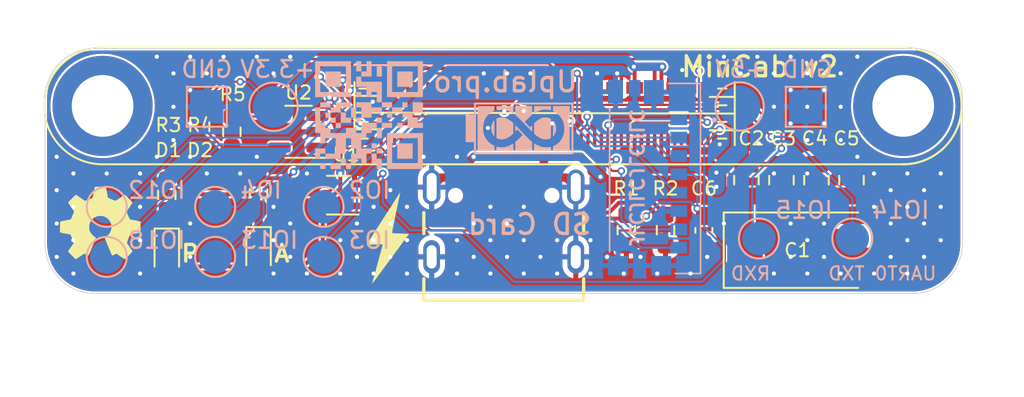
<source format=kicad_pcb>
(kicad_pcb (version 20211014) (generator pcbnew)
  (layers (0 "F.Cu" signal) (31 "B.Cu" signal) (34 "B.Paste" user) (35 "F.Paste" user) (36 "B.SilkS" user "B.Silkscreen") (37 "F.SilkS" user "F.Silkscreen") (38 "B.Mask" user) (39 "F.Mask" user) (44 "Edge.Cuts" user))
  (net 0 "")
  (net 13 "Net-(R3-Pad2)")
  (net 14 "Net-(Module1-Pad21)")
  (net 15 "Net-(J1-PadB5)")
  (net 16 "Net-(J1-PadA5)")
  (net 17 "Net-(D2-Pad1)")
  (net 18 "Net-(R3-Pad1)")
  (net 19 "GND")
  (net 20 "/SD_PWR")
  (net 21 "/nPWR_LED")
  (net 34 "/SD_PWR_ON")
  (net 35 "/SD_DAT3")
  (net 36 "/SD_DAT2")
  (net 37 "/SD_DAT1")
  (net 38 "/SD_DAT0")
  (net 39 "/SD_CMD")
  (net 40 "/SD_CLK")
  (net 52 "/GPIO4")
  (net 53 "/GPIO3")
  (net 62 "/GPIO2")
  (net 64 "/GPIO18")
  (net 67 "/GPIO15")
  (net 68 "/GPIO14")
  (net 69 "/GPIO13")
  (net 70 "/GPIO12")
  (net 72 "Net-(Module1-Pad88)")
  (net 80 "/+5v")
  (net 81 "/+3.3v")
  (footprint "Capacitor_SMD:C_0805_2012Metric" (layer "F.Cu") (at 159.35 87.4 90)
    (fp_text reference "C2")
    (fp_text value "10u")
  )
  (footprint "Capacitor_SMD:C_0805_2012Metric" (layer "F.Cu") (at 161.45 87.4 90)
    (fp_text reference "C3")
    (fp_text value "10u")
  )
  (footprint "LOGO" (layer "F.Cu") (at 137.8 90.8)
    (fp_text reference "G***" hide)
    (fp_text value "LOGO" hide)
  )
  (footprint "Package_TO_SOT_SMD:SOT-23-5" (layer "F.Cu") (at 132.5 84.5 180)
    (fp_text reference "U2")
    (fp_text value "RT9742GGJ5")
  )
  (footprint "CM4IO:Raspberry-Pi-4-Compute-Module-big-holes" (layer "F.Cu") (at 168.75 82.95 90)
    (fp_text reference "Module1" hide)
    (fp_text value "ComputeModule4" hide)
  )
  (footprint "Resistor_SMD:R_0603_1608Metric_Pad0.98x0.95mm_HandSolder" (layer "F.Cu") (at 154.5 90.4 -90)
    (fp_text reference "R2")
    (fp_text value "5.1k")
  )
  (footprint "Resistor_SMD:R_0603_1608Metric_Pad0.98x0.95mm_HandSolder" (layer "F.Cu") (at 128.5 84.5 90)
    (fp_text reference "R5")
    (fp_text value "12K 1%")
  )
  (footprint "Resistor_SMD:R_0603_1608Metric_Pad0.98x0.95mm_HandSolder" (layer "F.Cu") (at 124.6 88.2875 90)
    (fp_text reference "R3")
    (fp_text value "1k")
  )
  (footprint "Package_TO_SOT_SMD:SOT-353_SC-70-5" (layer "F.Cu") (at 134.9 88.3 180)
    (fp_text reference "U1")
    (fp_text value "74LVC1G07SE-7")
  )
  (footprint "Resistor_SMD:R_0603_1608Metric_Pad0.98x0.95mm_HandSolder" (layer "F.Cu") (at 130.1 88.2 90)
    (fp_text reference "R4")
    (fp_text value "1k")
  )
  (footprint "LED_SMD:LED_0603_1608Metric" (layer "F.Cu") (at 124.6 91.7875 -90)
    (fp_text reference "D1")
    (fp_text value "LED Blue")
  )
  (footprint "Capacitor_SMD:C_0805_2012Metric" (layer "F.Cu") (at 165.65 87.4 90)
    (fp_text reference "C5")
    (fp_text value "10u")
  )
  (footprint "Capacitor_SMD:C_0805_2012Metric" (layer "F.Cu") (at 163.55 87.4 90)
    (fp_text reference "C4")
    (fp_text value "10u")
  )
  (footprint "LOGO" (layer "F.Cu") (at 120.6 90)
    (fp_text reference "G***" hide)
    (fp_text value "LOGO" hide)
  )
  (footprint "Resistor_SMD:R_0603_1608Metric_Pad0.98x0.95mm_HandSolder" (layer "F.Cu") (at 152.15 90.4 90)
    (fp_text reference "R1")
    (fp_text value "5.1k")
  )
  (footprint "USB4105-GF-A:GCT_USB4105-GF-A" (layer "F.Cu") (at 144.8 92)
    (fp_text reference "J1" hide)
    (fp_text value "USB4105-GF-A")
  )
  (footprint "Capacitor_SMD:C_0603_1608Metric_Pad1.08x0.95mm_HandSolder" (layer "F.Cu") (at 156.8 90.4125 -90)
    (fp_text reference "C6")
    (fp_text value "10u")
  )
  (footprint "Capacitor_Tantalum_SMD:CP_EIA-7343-31_Kemet-D" (layer "F.Cu") (at 162.4 91.6)
    (fp_text reference "C1")
    (fp_text value "100uF" hide)
  )
  (footprint "LED_SMD:LED_0603_1608Metric" (layer "F.Cu") (at 130.1 91.7 -90)
    (fp_text reference "D2")
    (fp_text value "LED White")
  )
  (footprint "TestPoint:TestPoint_Pad_2.0x2.0mm" (layer "B.Cu") (at 127 83 180)
    (fp_text reference "GND1" hide)
    (fp_text value "TestPoint" hide)
  )
  (footprint "TestPoint:TestPoint_Pad_D2.0mm" (layer "B.Cu") (at 134 92 180)
    (fp_text reference "IO4" hide)
    (fp_text value "TestPoint" hide)
  )
  (footprint "TestPoint:TestPoint_Pad_D2.0mm" (layer "B.Cu") (at 134 89 180)
    (fp_text reference "IO1" hide)
    (fp_text value "TestPoint" hide)
  )
  (footprint "TestPoint:TestPoint_Pad_D2.0mm" (layer "B.Cu") (at 121 89 180)
    (fp_text reference "IO2" hide)
    (fp_text value "TestPoint" hide)
  )
  (footprint "TestPoint:TestPoint_Pad_D2.0mm" (layer "B.Cu") (at 165.7 90.9 180)
    (fp_text reference "IO5" hide)
    (fp_text value "TestPoint" hide)
  )
  (footprint "TestPoint:TestPoint_Pad_D2.5mm" (layer "B.Cu") (at 131 83 180)
    (fp_text reference "+3.3V1" hide)
    (fp_text value "TestPoint" hide)
  )
  (footprint "TestPoint:TestPoint_Pad_D2.0mm" (layer "B.Cu") (at 127.5 92 180)
    (fp_text reference "IO3" hide)
    (fp_text value "TestPoint" hide)
  )
  (footprint "SamacSys_Parts:475710001" (layer "B.Cu") (at 153.85 87.3 90)
    (fp_text reference "J2" hide)
    (fp_text value "47571-0001" hide)
  )
  (footprint "TestPoint:TestPoint_Pad_2.0x2.0mm" (layer "B.Cu") (at 162.91 83 180)
    (fp_text reference "GND2" hide)
    (fp_text value "TestPoint" hide)
  )
  (footprint "TestPoint:TestPoint_Pad_D2.0mm" (layer "B.Cu") (at 160.1 90.9 180)
    (fp_text reference "IO7" hide)
    (fp_text value "TestPoint" hide)
  )
  (footprint "LOGO" (layer "B.Cu") (at 136.75 83.5 180)
    (fp_text reference "G***" hide)
    (fp_text value "LOGO" hide)
  )
  (footprint "TestPoint:TestPoint_Pad_D2.0mm" (layer "B.Cu") (at 121 92 180)
    (fp_text reference "IO8" hide)
    (fp_text value "TestPoint" hide)
  )
  (footprint "TestPoint:TestPoint_Pad_D2.5mm" (layer "B.Cu") (at 158.94 82.98 180)
    (fp_text reference "+5V1" hide)
    (fp_text value "TestPoint" hide)
  )
  (footprint "TestPoint:TestPoint_Pad_D2.0mm" (layer "B.Cu") (at 127.5 89 180)
    (fp_text reference "IO6" hide)
    (fp_text value "TestPoint" hide)
  )
  (footprint "LOGO" (layer "B.Cu") (at 145.752778 85.25 180)
    (fp_text reference "G***" hide)
    (fp_text value "LOGO" hide)
  )
  (gr_arc (start 120.3 94.2) (mid 118.17868 93.32132) (end 117.3 91.2) (layer "Edge.Cuts") (width 0.05))
  (gr_line (start 172.3 82.5) (end 172.3 91.2) (layer "Edge.Cuts") (width 0.05))
  (gr_line (start 169.3 94.2) (end 120.3 94.2) (layer "Edge.Cuts") (width 0.05))
  (gr_arc (start 169.3 79.5) (mid 171.42132 80.37868) (end 172.3 82.5) (layer "Edge.Cuts") (width 0.05))
  (gr_arc (start 172.3 91.2) (mid 171.42132 93.32132) (end 169.3 94.2) (layer "Edge.Cuts") (width 0.05))
  (gr_line (start 120.3 79.5) (end 169.3 79.5) (layer "Edge.Cuts") (width 0.05))
  (gr_arc (start 117.3 82.5) (mid 118.17868 80.37868) (end 120.3 79.5) (layer "Edge.Cuts") (width 0.05))
  (gr_line (start 117.3 82.5) (end 117.3 91.2) (layer "Edge.Cuts") (width 0.05))
  (gr_text "Uplab.pro" (at 144.9 81.5) (layer "B.SilkS") (effects (font (size 1.2 1.2) (thickness 0.2)) (justify mirror)))
  (gr_text "IO3" (at 136.75 91) (layer "B.SilkS") (effects (font (size 1 1)) (justify mirror)))
  (gr_text "GND" (at 163 80.75) (layer "B.SilkS") (effects (font (size 1 1)) (justify mirror)))
  (gr_text "RXD" (at 159.6 93) (layer "B.SilkS") (effects (font (size 0.8 0.8) (thickness 0.12)) (justify mirror)))
  (gr_text "IO13" (at 130.75 91) (layer "B.SilkS") (effects (font (size 1 1)) (justify mirror)))
  (gr_text "IO14" (at 168.6 89.2) (layer "B.SilkS") (effects (font (size 1 1)) (justify mirror)))
  (gr_text "+5V" (at 159 80.75) (layer "B.SilkS") (effects (font (size 1 1)) (justify mirror)))
  (gr_text "JLCJLCJLCJLC" (at 152.75 87.25 -90) (layer "B.SilkS") (effects (font (size 0.8 0.8) (thickness 0.16)) (justify mirror)))
  (gr_text "UART0 TXD" (at 167.5 93) (layer "B.SilkS") (effects (font (size 0.8 0.8) (thickness 0.12)) (justify mirror)))
  (gr_text "SD Card" (at 146.35 90.05) (layer "B.SilkS") (effects (font (size 1.2 1.2) (thickness 0.2)) (justify mirror)))
  (gr_text "+3.3V" (at 131.25 80.75) (layer "B.SilkS") (effects (font (size 1 1)) (justify mirror)))
  (gr_text "GND" (at 127 80.75) (layer "B.SilkS") (effects (font (size 1 1)) (justify mirror)))
  (gr_text "IO12" (at 124 88) (layer "B.SilkS") (effects (font (size 1 1)) (justify mirror)))
  (gr_text "IO18" (at 124 91) (layer "B.SilkS") (effects (font (size 1 1)) (justify mirror)))
  (gr_text "IO4" (at 130.25 88) (layer "B.SilkS") (effects (font (size 1 1)) (justify mirror)))
  (gr_text "IO2" (at 136.75 88) (layer "B.SilkS") (effects (font (size 1 1)) (justify mirror)))
  (gr_text "IO15" (at 162.8 89.2) (layer "B.SilkS") (effects (font (size 1 1)) (justify mirror)))
  (gr_text "A" (at 131.5 91.8) (layer "F.SilkS") (effects (font (size 1 1) (thickness 0.2))))
  (gr_text "MinCab v2" (at 160.15 80.6) (layer "F.SilkS") (effects (font (size 1.2 1.2) (thickness 0.2))))
  (gr_text "P" (at 126 91.8) (layer "F.SilkS") (effects (font (size 1 1) (thickness 0.2))))
  (segment (start 124.6 87.375) (end 125.475 88.25) (width 0.23) (layer "F.Cu") (net 13))
  (segment (start 133.35 88.25) (end 133.95 87.65) (width 0.23) (layer "F.Cu") (net 13))
  (segment (start 125.475 88.25) (end 133.35 88.25) (width 0.23) (layer "F.Cu") (net 13))
  (segment (start 141.45 84.3) (end 141.45 84.95) (width 0.23) (layer "F.Cu") (net 14))
  (segment (start 141.15 84) (end 141.45 84.3) (width 0.23) (layer "F.Cu") (net 14))
  (segment (start 130.1 87.2875) (end 131.8125 87.2875) (width 0.23) (layer "F.Cu") (net 14))
  (segment (start 131.8125 87.2875) (end 132.2 86.9) (width 0.23) (layer "F.Cu") (net 14))
  (segment (start 136.2 84) (end 141.15 84) (width 0.23) (layer "F.Cu") (net 14))
  (via (at 132.2 86.9) (size 0.45) (drill 0.25) (layers "F.Cu" "B.Cu") (net 14))
  (via (at 136.2 84) (size 0.45) (drill 0.25) (layers "F.Cu" "B.Cu") (net 14))
  (segment (start 136.2 84) (end 135.1 84) (width 0.23) (layer "B.Cu") (net 14))
  (segment (start 135.1 84) (end 132.2 86.9) (width 0.23) (layer "B.Cu") (net 14))
  (segment (start 153.76798 88.75548) (end 154.5 89.4875) (width 0.23) (layer "F.Cu") (net 15))
  (segment (start 147.54048 89.34048) (end 151.12126 89.34048) (width 0.23) (layer "F.Cu") (net 15))
  (segment (start 146.55 87.245) (end 146.55 88.35) (width 0.23) (layer "F.Cu") (net 15))
  (segment (start 151.12126 89.34048) (end 151.70626 88.75548) (width 0.23) (layer "F.Cu") (net 15))
  (segment (start 146.55 88.35) (end 147.54048 89.34048) (width 0.23) (layer "F.Cu") (net 15))
  (segment (start 151.70626 88.75548) (end 153.76798 88.75548) (width 0.23) (layer "F.Cu") (net 15))
  (segment (start 144.55 88.35) (end 145.9 89.7) (width 0.23) (layer "F.Cu") (net 16))
  (segment (start 143.55 87.959022) (end 143.940978 88.35) (width 0.23) (layer "F.Cu") (net 16))
  (segment (start 145.9 89.7) (end 151.9375 89.7) (width 0.23) (layer "F.Cu") (net 16))
  (segment (start 151.9375 89.7) (end 152.15 89.4875) (width 0.23) (layer "F.Cu") (net 16))
  (segment (start 143.940978 88.35) (end 144.55 88.35) (width 0.23) (layer "F.Cu") (net 16))
  (segment (start 143.55 87.245) (end 143.55 87.959022) (width 0.23) (layer "F.Cu") (net 16))
  (segment (start 130.1 90.9125) (end 130.1 89.1125) (width 0.5) (layer "F.Cu") (net 17))
  (segment (start 124.6 91) (end 124.6 89.2) (width 0.5) (layer "F.Cu") (net 18))
  (segment (start 148.9 85.5) (end 147.960978 85.5) (width 0.13) (layer "F.Cu") (net 19))
  (segment (start 149.05 85.35) (end 148.9 85.5) (width 0.13) (layer "F.Cu") (net 19))
  (segment (start 145.50102 84.2) (end 144.25 84.2) (width 0.13) (layer "F.Cu") (net 19))
  (segment (start 145.85 84.95) (end 145.85 84.54898) (width 0.13) (layer "F.Cu") (net 19))
  (segment (start 144.25 84.2) (end 143.92 84.2) (width 0.13) (layer "F.Cu") (net 19))
  (segment (start 148.545 87.245) (end 149.12 87.82) (width 0.5) (layer "F.Cu") (net 19))
  (segment (start 148 87.245) (end 148.545 87.245) (width 0.5) (layer "F.Cu") (net 19))
  (segment (start 143.92 84.2) (end 143.85 84.27) (width 0.13) (layer "F.Cu") (net 19))
  (segment (start 141.6 87.245) (end 141.055 87.245) (width 0.5) (layer "F.Cu") (net 19))
  (segment (start 141.055 87.245) (end 140.48 87.82) (width 0.5) (layer "F.Cu") (net 19))
  (segment (start 147.85 85.389022) (end 147.85 84.95) (width 0.13) (layer "F.Cu") (net 19))
  (segment (start 147.960978 85.5) (end 147.85 85.389022) (width 0.13) (layer "F.Cu") (net 19))
  (segment (start 145.85 84.54898) (end 145.50102 84.2) (width 0.13) (layer "F.Cu") (net 19))
  (segment (start 143.85 84.54898) (end 143.85 84.95) (width 0.13) (layer "F.Cu") (net 19))
  (segment (start 149.05 84.95) (end 149.05 85.35) (width 0.13) (layer "F.Cu") (net 19))
  (segment (start 144.25 84.2) (end 144.19898 84.2) (width 0.13) (layer "F.Cu") (net 19))
  (segment (start 144.19898 84.2) (end 143.85 84.54898) (width 0.13) (layer "F.Cu") (net 19))
  (via (at 119 89) (size 0.45) (drill 0.25) (layers "F.Cu" "B.Cu") (net 19))
  (via (at 126 92) (size 0.45) (drill 0.25) (layers "F.Cu" "B.Cu") (net 19))
  (via (at 166 80) (size 0.45) (drill 0.25) (layers "F.Cu" "B.Cu") (net 19))
  (via (at 160 80) (size 0.45) (drill 0.25) (layers "F.Cu" "B.Cu") (net 19))
  (via (at 154 93) (size 0.45) (drill 0.25) (layers "F.Cu" "B.Cu") (net 19))
  (via (at 136 92) (size 0.45) (drill 0.25) (layers "F.Cu" "B.Cu") (net 19))
  (via (at 118 88) (size 0.45) (drill 0.25) (layers "F.Cu" "B.Cu") (net 19))
  (via (at 139 91) (size 0.45) (drill 0.25) (layers "F.Cu" "B.Cu") (net 19))
  (via (at 163 87) (size 0.45) (drill 0.25) (layers "F.Cu" "B.Cu") (net 19))
  (via (at 140 86) (size 0.45) (drill 0.25) (layers "F.Cu" "B.Cu") (net 19))
  (via (at 137 91) (size 0.45) (drill 0.25) (layers "F.Cu" "B.Cu") (net 19))
  (via (at 144 89) (size 0.45) (drill 0.25) (layers "F.Cu" "B.Cu") (net 19))
  (via (at 171 91) (size 0.45) (drill 0.25) (layers "F.Cu" "B.Cu") (net 19))
  (via (at 163 91) (size 0.45) (drill 0.25) (layers "F.Cu" "B.Cu") (net 19))
  (via (at 126 82) (size 0.45) (drill 0.25) (layers "F.Cu" "B.Cu") (net 19))
  (via (at 137 89) (size 0.45) (drill 0.25) (layers "F.Cu" "B.Cu") (net 19))
  (via (at 138 88) (size 0.45) (drill 0.25) (layers "F.Cu" "B.Cu") (net 19))
  (via (at 164 84) (size 0.45) (drill 0.25) (layers "F.Cu" "B.Cu") (net 19))
  (via (at 171 89) (size 0.45) (drill 0.25) (layers "F.Cu" "B.Cu") (net 19))
  (via (at 143 92) (size 0.45) (drill 0.25) (layers "F.Cu" "B.Cu") (net 19))
  (via (at 131 93) (size 0.45) (drill 0.25) (layers "F.Cu" "B.Cu") (net 19))
  (via (at 162 80) (size 0.45) (drill 0.25) (layers "F.Cu" "B.Cu") (net 19))
  (via (at 151.6 81) (size 0.45) (drill 0.25) (layers "F.Cu" "B.Cu") (net 19))
  (via (at 165 85) (size 0.45) (drill 0.25) (layers "F.Cu" "B.Cu") (net 19))
  (via (at 150 91) (size 0.45) (drill 0.25) (layers "F.Cu" "B.Cu") (net 19))
  (via (at 163 83) (size 0.45) (drill 0.25) (layers "F.Cu" "B.Cu") (net 19))
  (via (at 168 88) (size 0.45) (drill 0.25) (layers "F.Cu" "B.Cu") (net 19))
  (via (at 142 86) (size 0.45) (drill 0.25) (layers "F.Cu" "B.Cu") (net 19))
  (via (at 125 85) (size 0.45) (drill 0.25) (layers "F.Cu" "B.Cu") (net 19))
  (via (at 168 90) (size 0.45) (drill 0.25) (layers "F.Cu" "B.Cu") (net 19))
  (via (at 155.5 80.8) (size 0.45) (drill 0.25) (layers "F.Cu" "B.Cu") (net 19))
  (via (at 153 92) (size 0.45) (drill 0.25) (layers "F.Cu" "B.Cu") (net 19))
  (via (at 157 92) (size 0.45) (drill 0.25) (layers "F.Cu" "B.Cu") (net 19))
  (via (at 125 81) (size 0.45) (drill 0.25) (layers "F.Cu" "B.Cu") (net 19))
  (via (at 145 81) (size 0.45) (drill 0.25) (layers "F.Cu" "B.Cu") (net 19))
  (via (at 164 90) (size 0.45) (drill 0.25) (layers "F.Cu" "B.Cu") (net 19))
  (via (at 169 87) (size 0.45) (drill 0.25) (layers "F.Cu" "B.Cu") (net 19))
  (via (at 167 93) (size 0.45) (drill 0.25) (layers "F.Cu" "B.Cu") (net 19))
  (via (at 163 85) (size 0.45) (drill 0.25) (layers "F.Cu" "B.Cu") (net 19))
  (via (at 126 86) (size 0.45) (drill 0.25) (layers "F.Cu" "B.Cu") (net 19))
  (via (at 169 89) (size 0.45) (drill 0.25) (layers "F.Cu" "B.Cu") (net 19))
  (via (at 165 93) (size 0.45) (drill 0.25) (layers "F.Cu" "B.Cu") (net 19))
  (via (at 131 91) (size 0.45) (drill 0.25) (layers "F.Cu" "B.Cu") (net 19))
  (via (at 162 84) (size 0.45) (drill 0.25) (layers "F.Cu" "B.Cu") (net 19))
  (via (at 165 81) (size 0.45) (drill 0.25) (layers "F.Cu" "B.Cu") (net 19))
  (via (at 170 88) (size 0.45) (drill 0.25) (layers "F.Cu" "B.Cu") (net 19))
  (via (at 162 92) (size 0.45) (drill 0.25) (layers "F.Cu" "B.Cu") (net 19))
  (via (at 157.75 85.25) (size 0.45) (drill 0.25) (layers "F.Cu" "B.Cu") (net 19))
  (via (at 138 90) (size 0.45) (drill 0.25) (layers "F.Cu" "B.Cu") (net 19))
  (via (at 132 90) (size 0.45) (drill 0.25) (layers "F.Cu" "B.Cu") (net 19))
  (via (at 130 80) (size 0.45) (drill 0.25) (layers "F.Cu" "B.Cu") (net 19))
  (via (at 132 80) (size 0.45) (drill 0.25) (layers "F.Cu" "B.Cu") (net 19))
  (via (at 162 90) (size 0.45) (drill 0.25) (layers "F.Cu" "B.Cu") (net 19))
  (via (at 147.7 84) (size 0.45) (drill 0.25) (layers "F.Cu" "B.Cu") (net 19))
  (via (at 118 86) (size 0.45) (drill 0.25) (layers "F.Cu" "B.Cu") (net 19))
  (via (at 146 93) (size 0.45) (drill 0.25) (layers "F.Cu" "B.Cu") (net 19))
  (via (at 127 87) (size 0.45) (drill 0.25) (layers "F.Cu" "B.Cu") (net 19))
  (via (at 119 91) (size 0.45) (drill 0.25) (layers "F.Cu" "B.Cu") (net 19))
  (via (at 136.95 82.7) (size 0.45) (drill 0.25) (layers "F.Cu" "B.Cu") (net 19))
  (via (at 158 80) (size 0.45) (drill 0.25) (layers "F.Cu" "B.Cu") (net 19))
  (via (at 150 93) (size 0.45) (drill 0.25) (layers "F.Cu" "B.Cu") (net 19))
  (via (at 146.4 81) (size 0.45) (drill 0.25) (layers "F.Cu" "B.Cu") (net 19))
  (via (at 167 89) (size 0.45) (drill 0.25) (layers "F.Cu" "B.Cu") (net 19))
  (via (at 159 81) (size 0.45) (drill 0.25) (layers "F.Cu" "B.Cu") (net 19))
  (via (at 147 92) (size 0.45) (drill 0.25) (layers "F.Cu" "B.Cu") (net 19))
  (via (at 126 84) (size 0.45) (drill 0.25) (layers "F.Cu" "B.Cu") (net 19))
  (via (at 123 87) (size 0.45) (drill 0.25) (layers "F.Cu" "B.Cu") (net 19))
  (via (at 170 90) (size 0.45) (drill 0.25) (layers "F.Cu" "B.Cu") (net 19))
  (via (at 169 93) (size 0.45) (drill 0.25) (layers "F.Cu" "B.Cu") (net 19))
  (via (at 161 87) (size 0.45) (drill 0.25) (layers "F.Cu" "B.Cu") (net 19))
  (via (at 171 87) (size 0.45) (drill 0.25) (layers "F.Cu" "B.Cu") (net 19))
  (via (at 133 87) (size 0.45) (drill 0.25) (layers "F.Cu" "B.Cu") (net 19))
  (via (at 143.85 84.27) (size 0.45) (drill 0.25) (layers "F.Cu" "B.Cu") (net 19))
  (via (at 143.6 81) (size 0.45) (drill 0.25) (layers "F.Cu" "B.Cu") (net 19))
  (via (at 130 86) (size 0.45) (drill 0.25) (layers "F.Cu" "B.Cu") (net 19))
  (via (at 132 92) (size 0.45) (drill 0.25) (layers "F.Cu" "B.Cu") (net 19))
  (via (at 131 81) (size 0.45) (drill 0.25) (layers "F.Cu" "B.Cu") (net 19))
  (via (at 126 80) (size 0.45) (drill 0.25) (layers "F.Cu" "B.Cu") (net 19))
  (via (at 161 83) (size 0.45) (drill 0.25) (layers "F.Cu" "B.Cu") (net 19))
  (via (at 148 91) (size 0.45) (drill 0.25) (layers "F.Cu" "B.Cu") (net 19))
  (via (at 126 90) (size 0.45) (drill 0.25) (layers "F.Cu" "B.Cu") (net 19))
  (via (at 163 93) (size 0.45) (drill 0.25) (layers "F.Cu" "B.Cu") (net 19))
  (via (at 129 87) (size 0.45) (drill 0.25) (layers "F.Cu" "B.Cu") (net 19))
  (via (at 145 90) (size 0.45) (drill 0.25) (layers "F.Cu" "B.Cu") (net 19))
  (via (at 145 92) (size 0.45) (drill 0.25) (layers "F.Cu" "B.Cu") (net 19))
  (via (at 124 80) (size 0.45) (drill 0.25) (layers "F.Cu" "B.Cu") (net 19))
  (via (at 121 87) (size 0.45) (drill 0.25) (layers "F.Cu" "B.Cu") (net 19))
  (via (at 131 89) (size 0.45) (drill 0.25) (layers "F.Cu" "B.Cu") (net 19))
  (via (at 144 91) (size 0.45) (drill 0.25) (layers "F.Cu" "B.Cu") (net 19))
  (via (at 124 86) (size 0.45) (drill 0.25) (layers "F.Cu" "B.Cu") (net 19))
  (via (at 152 93) (size 0.45) (drill 0.25) (layers "F.Cu" "B.Cu") (net 19))
  (via (at 133 93) (size 0.45) (drill 0.25) (layers "F.Cu" "B.Cu") (net 19))
  (via (at 135 93) (size 0.45) (drill 0.25) (layers "F.Cu" "B.Cu") (net 19))
  (via (at 144 93) (size 0.45) (drill 0.25) (layers "F.Cu" "B.Cu") (net 19))
  (via (at 158 90) (size 0.45) (drill 0.25) (layers "F.Cu" "B.Cu") (net 19))
  (via (at 128 80) (size 0.45) (drill 0.25) (layers "F.Cu" "B.Cu") (net 19))
  (via (at 139 89) (size 0.45) (drill 0.25) (layers "F.Cu" "B.Cu") (net 19))
  (via (at 127 81) (size 0.45) (drill 0.25) (layers "F.Cu" "B.Cu") (net 19))
  (via (at 123 91) (size 0.45) (drill 0.25) (layers "F.Cu" "B.Cu") (net 19))
  (via (at 156 93) (size 0.45) (drill 0.25) (layers "F.Cu" "B.Cu") (net 19))
  (via (at 125 83) (size 0.45) (drill 0.25) (layers "F.Cu" "B.Cu") (net 19))
  (via (at 168 92) (size 0.45) (drill 0.25) (layers "F.Cu" "B.Cu") (net 19))
  (via (at 166 86) (size 0.45) (drill 0.25) (layers "F.Cu" "B.Cu") (net 19))
  (via (at 137 93) (size 0.45) (drill 0.25) (layers "F.Cu" "B.Cu") (net 19))
  (via (at 151 92) (size 0.45) (drill 0.25) (layers "F.Cu" "B.Cu") (net 19))
  (via (at 143 90) (size 0.45) (drill 0.25) (layers "F.Cu" "B.Cu") (net 19))
  (via (at 142 93) (size 0.45) (drill 0.25) (layers "F.Cu" "B.Cu") (net 19))
  (via (at 162 82) (size 0.45) (drill 0.25) (layers "F.Cu" "B.Cu") (net 19))
  (via (at 169 91) (size 0.45) (drill 0.25) (layers "F.Cu" "B.Cu") (net 19))
  (via (at 163 81) (size 0.45) (drill 0.25) (layers "F.Cu" "B.Cu") (net 19))
  (via (at 150.4 81) (size 0.45) (drill 0.25) (layers "F.Cu" "B.Cu") (net 19))
  (via (at 118 92) (size 0.45) (drill 0.25) (layers "F.Cu" "B.Cu") (net 19))
  (via (at 164 82) (size 0.45) (drill 0.25) (layers "F.Cu" "B.Cu") (net 19))
  (via (at 146 89) (size 0.45) (drill 0.25) (layers "F.Cu" "B.Cu") (net 19))
  (via (at 138 92) (size 0.45) (drill 0.25) (layers "F.Cu" "B.Cu") (net 19))
  (via (at 164 92) (size 0.45) (drill 0.25) (layers "F.Cu" "B.Cu") (net 19))
  (via (at 161 81) (size 0.45) (drill 0.25) (layers "F.Cu" "B.Cu") (net 19))
  (via (at 139 93) (size 0.45) (drill 0.25) (layers "F.Cu" "B.Cu") (net 19))
  (via (at 161 93) (size 0.45) (drill 0.25) (layers "F.Cu" "B.Cu") (net 19))
  (via (at 142 91) (size 0.45) (drill 0.25) (layers "F.Cu" "B.Cu") (net 19))
  (via (at 164 80) (size 0.45) (drill 0.25) (layers "F.Cu" "B.Cu") (net 19))
  (via (at 165 83) (size 0.45) (drill 0.25) (layers "F.Cu" "B.Cu") (net 19))
  (via (at 119 87) (size 0.45) (drill 0.25) (layers "F.Cu" "B.Cu") (net 19))
  (via (at 123 89) (size 0.45) (drill 0.25) (layers "F.Cu" "B.Cu") (net 19))
  (via (at 123 93) (size 0.45) (drill 0.25) (layers "F.Cu" "B.Cu") (net 19))
  (via (at 118 90) (size 0.45) (drill 0.25) (layers "F.Cu" "B.Cu") (net 19))
  (via (at 136 90) (size 0.45) (drill 0.25) (layers "F.Cu" "B.Cu") (net 19))
  (via (at 170 92) (size 0.45) (drill 0.25) (layers "F.Cu" "B.Cu") (net 19))
  (via (at 148 93) (size 0.45) (drill 0.25) (layers "F.Cu" "B.Cu") (net 19))
  (via (at 167 87) (size 0.45) (drill 0.25) (layers "F.Cu" "B.Cu") (net 19))
  (via (at 146 91) (size 0.45) (drill 0.25) (layers "F.Cu" "B.Cu") (net 19))
  (via (at 119 93) (size 0.45) (drill 0.25) (layers "F.Cu" "B.Cu") (net 19))
  (via (at 160.1 85.2) (size 0.45) (drill 0.25) (layers "F.Cu" "B.Cu") (net 19))
  (via (at 135 91) (size 0.45) (drill 0.25) (layers "F.Cu" "B.Cu") (net 19))
  (segment (start 156.4 89.3) (end 156.65 89.55) (width 0.13) (layer "F.Cu") (net 20))
  (segment (start 156.4 89.1) (end 156.4 89.3) (width 0.13) (layer "F.Cu") (net 20))
  (segment (start 156.4 89.15) (end 156.8 89.55) (width 0.13) (layer "F.Cu") (net 20))
  (segment (start 140.419511 90.419511) (end 139.5 89.5) (width 0.13) (layer "F.Cu") (net 20))
  (segment (start 152.480489 90.419511) (end 140.419511 90.419511) (width 0.13) (layer "F.Cu") (net 20))
  (segment (start 137.494511 85.494511) (end 133.682011 85.494511) (width 0.13) (layer "F.Cu") (net 20))
  (segment (start 153.35 89.55) (end 152.480489 90.419511) (width 0.13) (layer "F.Cu") (net 20))
  (segment (start 156.4 89.1) (end 156.4 89.15) (width 0.13) (layer "F.Cu") (net 20))
  (segment (start 133.682011 85.494511) (end 133.6375 85.45) (width 0.13) (layer "F.Cu") (net 20))
  (segment (start 139.5 89.5) (end 139.5 87.5) (width 0.13) (layer "F.Cu") (net 20))
  (segment (start 139.5 87.5) (end 137.494511 85.494511) (width 0.13) (layer "F.Cu") (net 20))
  (via (at 156.4 89.1) (size 0.45) (drill 0.25) (layers "F.Cu" "B.Cu") (net 20))
  (via (at 153.35 89.55) (size 0.45) (drill 0.25) (layers "F.Cu" "B.Cu") (net 20))
  (segment (start 156.4 87.3) (end 156.15 87.05) (width 0.13) (layer "B.Cu") (net 20))
  (segment (start 156.15 87.05) (end 155.29 87.05) (width 0.13) (layer "B.Cu") (net 20))
  (segment (start 156.4 89.1) (end 156.4 87.3) (width 0.13) (layer "B.Cu") (net 20))
  (segment (start 154.194511 88.705489) (end 156.005489 88.705489) (width 0.13) (layer "B.Cu") (net 20))
  (segment (start 156.005489 88.705489) (end 156.4 89.1) (width 0.13) (layer "B.Cu") (net 20))
  (segment (start 153.35 89.55) (end 154.194511 88.705489) (width 0.13) (layer "B.Cu") (net 20))
  (segment (start 156.25 84.55) (end 156.25 84.95) (width 0.13) (layer "F.Cu") (net 21))
  (segment (start 156.45 84.35) (end 156.25 84.55) (width 0.13) (layer "F.Cu") (net 21))
  (segment (start 157.75 84.35) (end 156.45 84.35) (width 0.13) (layer "F.Cu") (net 21))
  (segment (start 137.55 87) (end 136.25 88.3) (width 0.13) (layer "F.Cu") (net 21))
  (segment (start 136.25 88.3) (end 135.85 88.3) (width 0.13) (layer "F.Cu") (net 21))
  (via (at 157.75 84.35) (size 0.45) (drill 0.25) (layers "F.Cu" "B.Cu") (net 21))
  (via (at 137.55 87) (size 0.45) (drill 0.25) (layers "F.Cu" "B.Cu") (net 21))
  (segment (start 156.7 93.5) (end 158 92.2) (width 0.13) (layer "B.Cu") (net 21))
  (segment (start 137.55 87) (end 137.55 88.753361) (width 0.13) (layer "B.Cu") (net 21))
  (segment (start 156.819511 90.219511) (end 156.819511 85.280489) (width 0.13) (layer "B.Cu") (net 21))
  (segment (start 145.4 93.5) (end 156.7 93.5) (width 0.13) (layer "B.Cu") (net 21))
  (segment (start 158 91.4) (end 156.819511 90.219511) (width 0.13) (layer "B.Cu") (net 21))
  (segment (start 158 92.2) (end 158 91.4) (width 0.13) (layer "B.Cu") (net 21))
  (segment (start 139.196639 90.4) (end 142.3 90.4) (width 0.13) (layer "B.Cu") (net 21))
  (segment (start 137.55 88.753361) (end 139.196639 90.4) (width 0.13) (layer "B.Cu") (net 21))
  (segment (start 156.819511 85.280489) (end 157.75 84.35) (width 0.13) (layer "B.Cu") (net 21))
  (segment (start 142.3 90.4) (end 145.4 93.5) (width 0.13) (layer "B.Cu") (net 21))
  (segment (start 131.325 83.5875) (end 131.3625 83.55) (width 0.13) (layer "F.Cu") (net 34))
  (segment (start 152.25 84.35) (end 152.25 84.95) (width 0.13) (layer "F.Cu") (net 34))
  (segment (start 156.5 80.4) (end 156.24048 80.14048) (width 0.13) (layer "F.Cu") (net 34))
  (segment (start 156.24048 80.14048) (end 133.07202 80.14048) (width 0.13) (layer "F.Cu") (net 34))
  (segment (start 156.5 80.85) (end 156.5 80.4) (width 0.13) (layer "F.Cu") (net 34))
  (segment (start 128.5 83.5875) (end 131.325 83.5875) (width 0.13) (layer "F.Cu") (net 34))
  (segment (start 157 83.9305) (end 156.9805 83.95) (width 0.13) (layer "F.Cu") (net 34))
  (segment (start 133.07202 80.14048) (end 131.3625 81.85) (width 0.13) (layer "F.Cu") (net 34))
  (segment (start 156.9805 83.95) (end 152.65 83.95) (width 0.13) (layer "F.Cu") (net 34))
  (segment (start 152.65 83.95) (end 152.25 84.35) (width 0.13) (layer "F.Cu") (net 34))
  (segment (start 131.3625 81.85) (end 131.3625 83.55) (width 0.13) (layer "F.Cu") (net 34))
  (via (at 157 83.9305) (size 0.45) (drill 0.25) (layers "F.Cu" "B.Cu") (net 34))
  (via (at 156.5 80.85) (size 0.45) (drill 0.25) (layers "F.Cu" "B.Cu") (net 34))
  (segment (start 157 83.9305) (end 156.5 83.4305) (width 0.13) (layer "B.Cu") (net 34))
  (segment (start 156.5 83.4305) (end 156.5 80.85) (width 0.13) (layer "B.Cu") (net 34))
  (segment (start 149.8 83.6) (end 149.8 84.05) (width 0.13) (layer "F.Cu") (net 35))
  (segment (start 149.8 84.05) (end 149.45 84.4) (width 0.13) (layer "F.Cu") (net 35))
  (segment (start 149.45 84.4) (end 149.45 84.95) (width 0.13) (layer "F.Cu") (net 35))
  (via (at 149.8 83.6) (size 0.45) (drill 0.25) (layers "F.Cu" "B.Cu") (net 35))
  (segment (start 150.6 84.85) (end 155.29 84.85) (width 0.13) (layer "B.Cu") (net 35))
  (segment (start 149.8 84.05) (end 150.6 84.85) (width 0.13) (layer "B.Cu") (net 35))
  (segment (start 149.8 83.6) (end 149.8 84.05) (width 0.13) (layer "B.Cu") (net 35))
  (segment (start 151.052236 84.103267) (end 151.052236 84.947764) (width 0.13) (layer "F.Cu") (net 36))
  (segment (start 151.052236 84.947764) (end 151.05 84.95) (width 0.13) (layer "F.Cu") (net 36))
  (via (at 151.052236 84.103267) (size 0.45) (drill 0.25) (layers "F.Cu" "B.Cu") (net 36))
  (segment (start 151.45 83.75) (end 151.405503 83.75) (width 0.13) (layer "B.Cu") (net 36))
  (segment (start 151.405503 83.75) (end 151.052236 84.103267) (width 0.13) (layer "B.Cu") (net 36))
  (segment (start 155.29 83.75) (end 151.45 83.75) (width 0.13) (layer "B.Cu") (net 36))
  (segment (start 150.65 85.7) (end 150.65 84.95) (width 0.13) (layer "F.Cu") (net 37))
  (segment (start 151.55 86.15) (end 151.1 86.15) (width 0.13) (layer "F.Cu") (net 37))
  (segment (start 151.1 86.15) (end 150.65 85.7) (width 0.13) (layer "F.Cu") (net 37))
  (via (at 151.55 86.15) (size 0.45) (drill 0.25) (layers "F.Cu" "B.Cu") (net 37))
  (segment (start 153.05 91.45) (end 151.15 89.55) (width 0.13) (layer "B.Cu") (net 37))
  (segment (start 155.29 91.45) (end 153.05 91.45) (width 0.13) (layer "B.Cu") (net 37))
  (segment (start 151.15 89.55) (end 151.15 86.55) (width 0.13) (layer "B.Cu") (net 37))
  (segment (start 151.15 86.55) (end 151.55 86.15) (width 0.13) (layer "B.Cu") (net 37))
  (segment (start 151.85 86.85) (end 151.310978 86.85) (width 0.13) (layer "F.Cu") (net 38))
  (segment (start 151.310978 86.85) (end 149.85 85.389022) (width 0.13) (layer "F.Cu") (net 38))
  (segment (start 149.85 85.389022) (end 149.85 84.95) (width 0.13) (layer "F.Cu") (net 38))
  (via (at 151.85 86.85) (size 0.45) (drill 0.25) (layers "F.Cu" "B.Cu") (net 38))
  (segment (start 152.45 90.35) (end 155.29 90.35) (width 0.13) (layer "B.Cu") (net 38))
  (segment (start 151.85 86.85) (end 151.85 89.75) (width 0.13) (layer "B.Cu") (net 38))
  (segment (start 151.85 89.75) (end 152.45 90.35) (width 0.13) (layer "B.Cu") (net 38))
  (segment (start 149.2 81) (end 149.45 81.25) (width 0.13) (layer "F.Cu") (net 39))
  (segment (start 149.45 81.25) (end 149.45 81.87) (width 0.13) (layer "F.Cu") (net 39))
  (via (at 149.2 81) (size 0.45) (drill 0.25) (layers "F.Cu" "B.Cu") (net 39))
  (segment (start 153.80952 85.10952) (end 150.492503 85.109519) (width 0.13) (layer "B.Cu") (net 39))
  (segment (start 150.492503 85.109519) (end 149.2 83.817016) (width 0.13) (layer "B.Cu") (net 39))
  (segment (start 155.29 85.95) (end 154.65 85.95) (width 0.13) (layer "B.Cu") (net 39))
  (segment (start 149.2 83.817016) (end 149.2 81) (width 0.13) (layer "B.Cu") (net 39))
  (segment (start 154.65 85.95) (end 153.80952 85.10952) (width 0.13) (layer "B.Cu") (net 39))
  (segment (start 148.65 83.95) (end 148.65 84.95) (width 0.13) (layer "F.Cu") (net 40))
  (segment (start 148.75 83.85) (end 148.65 83.95) (width 0.13) (layer "F.Cu") (net 40))
  (via (at 148.75 83.85) (size 0.45) (drill 0.25) (layers "F.Cu" "B.Cu") (net 40))
  (segment (start 155.1 88.15) (end 155.29 88.15) (width 0.13) (layer "B.Cu") (net 40))
  (segment (start 150.269038 85.369038) (end 152.31904 85.36904) (width 0.13) (layer "B.Cu") (net 40))
  (segment (start 148.75 83.85) (end 150.269038 85.369038) (width 0.13) (layer "B.Cu") (net 40))
  (segment (start 152.31904 85.36904) (end 155.1 88.15) (width 0.13) (layer "B.Cu") (net 40))
  (segment (start 147.5 80.4) (end 147.85 80.75) (width 0.13) (layer "F.Cu") (net 52))
  (segment (start 147.85 80.75) (end 147.85 81.87) (width 0.13) (layer "F.Cu") (net 52))
  (segment (start 135.15 81.4) (end 136.15 80.4) (width 0.13) (layer "F.Cu") (net 52))
  (segment (start 136.15 80.4) (end 147.5 80.4) (width 0.13) (layer "F.Cu") (net 52))
  (via (at 135.15 81.4) (size 0.45) (drill 0.25) (layers "F.Cu" "B.Cu") (net 52))
  (segment (start 128.85 89) (end 127.5 89) (width 0.13) (layer "B.Cu") (net 52))
  (segment (start 135.15 82.7) (end 128.85 89) (width 0.13) (layer "B.Cu") (net 52))
  (segment (start 135.15 81.4) (end 135.15 82.7) (width 0.13) (layer "B.Cu") (net 52))
  (segment (start 147.92102 82.6) (end 148.2 82.32102) (width 0.13) (layer "F.Cu") (net 53))
  (segment (start 144.834086 83.260543) (end 145.139457 83.260543) (width 0.13) (layer "F.Cu") (net 53))
  (segment (start 145.8 82.6) (end 147.92102 82.6) (width 0.13) (layer "F.Cu") (net 53))
  (segment (start 148.2 82.32102) (end 148.2 81.92) (width 0.13) (layer "F.Cu") (net 53))
  (segment (start 148.2 81.92) (end 148.25 81.87) (width 0.13) (layer "F.Cu") (net 53))
  (segment (start 145.139457 83.260543) (end 145.8 82.6) (width 0.13) (layer "F.Cu") (net 53))
  (via (at 144.834086 83.260543) (size 0.45) (drill 0.25) (layers "F.Cu" "B.Cu") (net 53))
  (segment (start 134 91.2) (end 134 92) (width 0.13) (layer "B.Cu") (net 53))
  (segment (start 140.139457 83.260543) (end 136 87.4) (width 0.13) (layer "B.Cu") (net 53))
  (segment (start 136 89.2) (end 134 91.2) (width 0.13) (layer "B.Cu") (net 53))
  (segment (start 136 87.4) (end 136 89.2) (width 0.13) (layer "B.Cu") (net 53))
  (segment (start 144.834086 83.260543) (end 140.139457 83.260543) (width 0.13) (layer "B.Cu") (net 53))
  (segment (start 148.65 82.35) (end 148.65 81.87) (width 0.13) (layer "F.Cu") (net 62))
  (segment (start 145.999474 83.250496) (end 146.24997 83) (width 0.13) (layer "F.Cu") (net 62))
  (segment (start 148 83) (end 148.65 82.35) (width 0.13) (layer "F.Cu") (net 62))
  (segment (start 146.24997 83) (end 148 83) (width 0.13) (layer "F.Cu") (net 62))
  (via (at 145.999474 83.250496) (size 0.45) (drill 0.25) (layers "F.Cu" "B.Cu") (net 62))
  (segment (start 145.999474 83.250496) (end 145.548978 82.8) (width 0.13) (layer "B.Cu") (net 62))
  (segment (start 140 82.8) (end 134 88.8) (width 0.13) (layer "B.Cu") (net 62))
  (segment (start 145.548978 82.8) (end 140 82.8) (width 0.13) (layer "B.Cu") (net 62))
  (segment (start 134 88.8) (end 134 89) (width 0.13) (layer "B.Cu") (net 62))
  (segment (start 135.8455 83.25) (end 143.45 83.25) (width 0.13) (layer "F.Cu") (net 64))
  (segment (start 147.05 84.54898) (end 147.05 84.95) (width 0.13) (layer "F.Cu") (net 64))
  (segment (start 144 83.8) (end 146.30102 83.8) (width 0.13) (layer "F.Cu") (net 64))
  (segment (start 146.30102 83.8) (end 147.05 84.54898) (width 0.13) (layer "F.Cu") (net 64))
  (segment (start 133.8 81.2045) (end 135.8455 83.25) (width 0.13) (layer "F.Cu") (net 64))
  (segment (start 143.45 83.25) (end 144 83.8) (width 0.13) (layer "F.Cu") (net 64))
  (via (at 133.8 81.2045) (size 0.45) (drill 0.25) (layers "F.Cu" "B.Cu") (net 64))
  (segment (start 134.85 82.55) (end 132.13998 85.26002) (width 0.13) (layer "B.Cu") (net 64))
  (segment (start 127.73998 85.26002) (end 121 92) (width 0.13) (layer "B.Cu") (net 64))
  (segment (start 133.8 81.2045) (end 134.85 82.2545) (width 0.13) (layer "B.Cu") (net 64))
  (segment (start 132.13998 85.26002) (end 127.73998 85.26002) (width 0.13) (layer "B.Cu") (net 64))
  (segment (start 134.85 82.2545) (end 134.85 82.55) (width 0.13) (layer "B.Cu") (net 64))
  (segment (start 147.2 83.75) (end 147.2 84.331964) (width 0.13) (layer "F.Cu") (net 67))
  (segment (start 147.69048 83.25952) (end 147.2 83.75) (width 0.13) (layer "F.Cu") (net 67))
  (segment (start 159.714248 82.870969) (end 156.068736 82.870969) (width 0.13) (layer "F.Cu") (net 67))
  (segment (start 147.2 84.331964) (end 147.45 84.581964) (width 0.13) (layer "F.Cu") (net 67))
  (segment (start 156.049225 82.89048) (end 148.476536 82.89048) (width 0.13) (layer "F.Cu") (net 67))
  (segment (start 147.45 84.581964) (end 147.45 84.95) (width 0.13) (layer "F.Cu") (net 67))
  (segment (start 161.45 85.5) (end 161.45 84.606721) (width 0.13) (layer "F.Cu") (net 67))
  (segment (start 148.107496 83.25952) (end 147.69048 83.25952) (width 0.13) (layer "F.Cu") (net 67))
  (segment (start 161.45 84.606721) (end 159.714248 82.870969) (width 0.13) (layer "F.Cu") (net 67))
  (segment (start 156.068736 82.870969) (end 156.049225 82.89048) (width 0.13) (layer "F.Cu") (net 67))
  (segment (start 148.476536 82.89048) (end 148.107496 83.25952) (width 0.13) (layer "F.Cu") (net 67))
  (via (at 161.45 85.5) (size 0.45) (drill 0.25) (layers "F.Cu" "B.Cu") (net 67))
  (segment (start 161.45 85.5) (end 159.7 87.25) (width 0.13) (layer "B.Cu") (net 67))
  (segment (start 159.7 87.25) (end 159.7 90.5) (width 0.13) (layer "B.Cu") (net 67))
  (segment (start 159.7 90.5) (end 160.1 90.9) (width 0.13) (layer "B.Cu") (net 67))
  (segment (start 148.25 83.756721) (end 148.25 84.95) (width 0.13) (layer "F.Cu") (net 68))
  (segment (start 156.156721 83.15) (end 148.856721 83.15) (width 0.13) (layer "F.Cu") (net 68))
  (segment (start 160.85 84.8) (end 159.180489 83.130489) (width 0.13) (layer "F.Cu") (net 68))
  (segment (start 156.176232 83.130489) (end 156.156721 83.15) (width 0.13) (layer "F.Cu") (net 68))
  (segment (start 159.180489 83.130489) (end 156.176232 83.130489) (width 0.13) (layer "F.Cu") (net 68))
  (segment (start 148.856721 83.15) (end 148.25 83.756721) (width 0.13) (layer "F.Cu") (net 68))
  (via (at 160.85 84.8) (size 0.45) (drill 0.25) (layers "F.Cu" "B.Cu") (net 68))
  (segment (start 162 84.8) (end 165.7 88.5) (width 0.13) (layer "B.Cu") (net 68))
  (segment (start 165.7 88.5) (end 165.7 90.9) (width 0.13) (layer "B.Cu") (net 68))
  (segment (start 160.85 84.8) (end 162 84.8) (width 0.13) (layer "B.Cu") (net 68))
  (segment (start 135.6 82.025) (end 136.625 81) (width 0.13) (layer "F.Cu") (net 69))
  (segment (start 136.625 81) (end 142.18102 81) (width 0.13) (layer "F.Cu") (net 69))
  (segment (start 142.18102 81) (end 142.65 81.46898) (width 0.13) (layer "F.Cu") (net 69))
  (segment (start 142.65 81.46898) (end 142.65 81.87) (width 0.13) (layer "F.Cu") (net 69))
  (via (at 135.6 82.025) (size 0.45) (drill 0.25) (layers "F.Cu" "B.Cu") (net 69))
  (segment (start 130.4 89.6) (end 128 92) (width 0.13) (layer "B.Cu") (net 69))
  (segment (start 130.4 87.95) (end 130.4 89.6) (width 0.13) (layer "B.Cu") (net 69))
  (segment (start 135.6 82.025) (end 135.6 82.75) (width 0.13) (layer "B.Cu") (net 69))
  (segment (start 135.6 82.75) (end 130.4 87.95) (width 0.13) (layer "B.Cu") (net 69))
  (segment (start 143.45 84.55) (end 143.45 84.95) (width 0.13) (layer "F.Cu") (net 70))
  (segment (start 142.475 83.575) (end 143.45 84.55) (width 0.13) (layer "F.Cu") (net 70))
  (segment (start 135.475 83.575) (end 135.925 83.575) (width 0.13) (layer "F.Cu") (net 70))
  (segment (start 142.475 83.575) (end 135.925 83.575) (width 0.13) (layer "F.Cu") (net 70))
  (segment (start 134.35 82.45) (end 135.475 83.575) (width 0.13) (layer "F.Cu") (net 70))
  (via (at 134.35 82.45) (size 0.45) (drill 0.25) (layers "F.Cu" "B.Cu") (net 70))
  (segment (start 121 89) (end 122 89) (width 0.13) (layer "B.Cu") (net 70))
  (segment (start 131.95 84.85) (end 134.35 82.45) (width 0.13) (layer "B.Cu") (net 70))
  (segment (start 126.15 84.85) (end 131.95 84.85) (width 0.13) (layer "B.Cu") (net 70))
  (segment (start 122 89) (end 126.15 84.85) (width 0.13) (layer "B.Cu") (net 70))
  (segment (start 155.05 81.3) (end 154.95 81.2) (width 0.13) (layer "F.Cu") (net 72))
  (segment (start 154.95 81.2) (end 154.75 81.2) (width 0.13) (layer "F.Cu") (net 72))
  (segment (start 154.75 81.2) (end 154.65 81.3) (width 0.13) (layer "F.Cu") (net 72))
  (segment (start 154.65 81.3) (end 154.65 81.87) (width 0.13) (layer "F.Cu") (net 72))
  (segment (start 155.05 81.87) (end 155.05 81.3) (width 0.13) (layer "F.Cu") (net 72))
  (segment (start 150.2 86.8) (end 149.4 86) (width 0.5) (layer "F.Cu") (net 80))
  (segment (start 152.8 86.5) (end 153.45 86.5) (width 0.23) (layer "F.Cu") (net 80))
  (segment (start 142.4 86.6) (end 143 86) (width 0.5) (layer "F.Cu") (net 80))
  (segment (start 153.8 86.5) (end 152.8 86.5) (width 1) (layer "F.Cu") (net 80))
  (segment (start 157 86.5) (end 157.65 87.15) (width 1) (layer "F.Cu") (net 80))
  (segment (start 149.4 86) (end 147.4 86) (width 0.5) (layer "F.Cu") (net 80))
  (segment (start 152.8 87.108462) (end 152.8 86.5) (width 1) (layer "F.Cu") (net 80))
  (segment (start 143 86) (end 147.4 86) (width 0.5) (layer "F.Cu") (net 80))
  (segment (start 153.85 86.45) (end 153.8 86.5) (width 0.23) (layer "F.Cu") (net 80))
  (segment (start 165.65 88.35) (end 158.9 88.35) (width 1) (layer "F.Cu") (net 80))
  (segment (start 152.65 86.35) (end 152.65 84.95) (width 0.23) (layer "F.Cu") (net 80))
  (segment (start 157.65 87.15) (end 157.65 88) (width 1) (layer "F.Cu") (net 80))
  (segment (start 154.65 84.95) (end 154.65 86.05) (width 0.23) (layer "F.Cu") (net 80))
  (segment (start 147.2 86.2) (end 147.4 86) (width 0.5) (layer "F.Cu") (net 80))
  (segment (start 155.1 86.5) (end 154.5 86.5) (width 1) (layer "F.Cu") (net 80))
  (segment (start 155.1 86.5) (end 157 86.5) (width 1) (layer "F.Cu") (net 80))
  (segment (start 152.8 86.5) (end 152.65 86.35) (width 0.23) (layer "F.Cu") (net 80))
  (segment (start 152.203951 87.704511) (end 152.8 87.108462) (width 1) (layer "F.Cu") (net 80))
  (segment (start 153.85 84.95) (end 153.85 86.45) (width 0.23) (layer "F.Cu") (net 80))
  (segment (start 154.65 86.05) (end 155.1 86.5) (width 0.23) (layer "F.Cu") (net 80))
  (segment (start 159.2875 88.7375) (end 158.9 88.35) (width 1) (layer "F.Cu") (net 80))
  (segment (start 142.4 87.245) (end 142.4 86.6) (width 0.5) (layer "F.Cu") (net 80))
  (segment (start 159.2875 91.6) (end 159.2875 88.7375) (width 1) (layer "F.Cu") (net 80))
  (segment (start 154.25 86.25) (end 154.5 86.5) (width 0.23) (layer "F.Cu") (net 80))
  (segment (start 153.05 86.05) (end 153.05 84.95) (width 0.23) (layer "F.Cu") (net 80))
  (segment (start 150.2 86.8) (end 151.1 87.7) (width 0.8) (layer "F.Cu") (net 80))
  (segment (start 147.2 87.245) (end 147.2 86.2) (width 0.5) (layer "F.Cu") (net 80))
  (segment (start 151.1 87.7) (end 151.25 87.7) (width 0.8) (layer "F.Cu") (net 80))
  (segment (start 157.65 88) (end 158 88.35) (width 1) (layer "F.Cu") (net 80))
  (segment (start 151.254511 87.704511) (end 152.203951 87.704511) (width 1) (layer "F.Cu") (net 80))
  (segment (start 154.5 86.5) (end 153.8 86.5) (width 1) (layer "F.Cu") (net 80))
  (segment (start 154.25 84.95) (end 154.25 86.25) (width 0.23) (layer "F.Cu") (net 80))
  (segment (start 158 88.35) (end 158.9 88.35) (width 1) (layer "F.Cu") (net 80))
  (segment (start 151.25 87.7) (end 151.254511 87.704511) (width 1) (layer "F.Cu") (net 80))
  (segment (start 153.45 86.5) (end 153.45 84.95) (width 0.23) (layer "F.Cu") (net 80))
  (via (at 143 86) (size 0.45) (drill 0.25) (layers "F.Cu" "B.Cu") (net 80))
  (via (at 157.55 87.8) (size 0.45) (drill 0.25) (layers "F.Cu" "B.Cu") (net 80))
  (via (at 150.6 87.2) (size 0.45) (drill 0.25) (layers "F.Cu" "B.Cu") (net 80))
  (via (at 157.55 86.95) (size 0.45) (drill 0.25) (layers "F.Cu" "B.Cu") (net 80))
  (segment (start 157.55 86.95) (end 157.55 87.8) (width 1) (layer "B.Cu") (net 80))
  (segment (start 150.6 87.2) (end 149.4 86) (width 0.5) (layer "B.Cu") (net 80))
  (segment (start 158 86.5) (end 157.55 86.95) (width 1) (layer "B.Cu") (net 80))
  (segment (start 158.94 85.57) (end 158.94 82.98) (width 1) (layer "B.Cu") (net 80))
  (segment (start 158.01 86.5) (end 158.94 85.57) (width 1) (layer "B.Cu") (net 80))
  (segment (start 158.01 86.5) (end 158 86.5) (width 1) (layer "B.Cu") (net 80))
  (segment (start 149.4 86) (end 143 86) (width 0.5) (layer "B.Cu") (net 80))
  (segment (start 127 84.5) (end 127 82.5) (width 0.13) (layer "F.Cu") (net 81))
  (segment (start 153.9 80.6) (end 154.3 80.6) (width 0.5) (layer "F.Cu") (net 81))
  (segment (start 127 82.5) (end 127.5 82) (width 0.13) (layer "F.Cu") (net 81))
  (segment (start 153.85 80.65) (end 153.9 80.6) (width 0.23) (layer "F.Cu") (net 81))
  (segment (start 133.95 88.95) (end 135 87.9) (width 0.23) (layer "F.Cu") (net 81))
  (segment (start 127.5 82) (end 128 81.5) (width 0.13) (layer "F.Cu") (net 81))
  (segment (start 135 87.9) (end 135 87) (width 0.23) (layer "F.Cu") (net 81))
  (segment (start 127.9125 85.4125) (end 127 84.5) (width 0.13) (layer "F.Cu") (net 81))
  (segment (start 153.85 81.87) (end 153.85 80.65) (width 0.23) (layer "F.Cu") (net 81))
  (segment (start 132.8625 92.4875) (end 133.95 91.4) (width 0.23) (layer "F.Cu") (net 81))
  (segment (start 130.1 92.4875) (end 132.8625 92.4875) (width 0.23) (layer "F.Cu") (net 81))
  (segment (start 154.25 80.65) (end 154.3 80.6) (width 0.23) (layer "F.Cu") (net 81))
  (segment (start 128.5 85.4125) (end 127.9125 85.4125) (width 0.13) (layer "F.Cu") (net 81))
  (segment (start 154.25 81.87) (end 154.25 80.65) (width 0.23) (layer "F.Cu") (net 81))
  (segment (start 152.65 81.87) (end 152.65 80.65) (width 0.23) (layer "F.Cu") (net 81))
  (segment (start 152.65 80.65) (end 152.6 80.6) (width 0.23) (layer "F.Cu") (net 81))
  (segment (start 130.0125 92.575) (end 130.1 92.4875) (width 0.2) (layer "F.Cu") (net 81))
  (segment (start 131.325 85.4125) (end 131.3625 85.45) (width 0.13) (layer "F.Cu") (net 81))
  (segment (start 124.6 92.575) (end 130.0125 92.575) (width 0.23) (layer "F.Cu") (net 81))
  (segment (start 128 81.5) (end 129 81.5) (width 0.13) (layer "F.Cu") (net 81))
  (segment (start 128.5 85.4125) (end 131.325 85.4125) (width 0.13) (layer "F.Cu") (net 81))
  (segment (start 152.6 80.6) (end 153.9 80.6) (width 0.5) (layer "F.Cu") (net 81))
  (segment (start 133.95 91.4) (end 133.95 88.95) (width 0.23) (layer "F.Cu") (net 81))
  (via (at 154.3 80.6) (size 0.45) (drill 0.25) (layers "F.Cu" "B.Cu") (net 81))
  (via (at 129 81.5) (size 0.45) (drill 0.25) (layers "F.Cu" "B.Cu") (net 81))
  (via (at 152.6 80.6) (size 0.45) (drill 0.25) (layers "F.Cu" "B.Cu") (net 81))
  (via (at 135 87) (size 0.45) (drill 0.25) (layers "F.Cu" "B.Cu") (net 81))
  (segment (start 135 87) (end 135 86.4) (width 0.5) (layer "B.Cu") (net 81))
  (segment (start 129.5 81.5) (end 131 83) (width 0.13) (layer "B.Cu") (net 81))
  (segment (start 152.15 80.15) (end 152.6 80.6) (width 0.5) (layer "B.Cu") (net 81))
  (segment (start 141.25 80.15) (end 152.15 80.15) (width 0.5) (layer "B.Cu") (net 81))
  (segment (start 142.25 80.15) (end 133.85 80.15) (width 0.5) (layer "B.Cu") (net 81))
  (segment (start 152.6 80.6) (end 154.3 80.6) (width 0.5) (layer "B.Cu") (net 81))
  (segment (start 129 81.5) (end 129.5 81.5) (width 0.13) (layer "B.Cu") (net 81))
  (segment (start 135 86.4) (end 141.25 80.15) (width 0.5) (layer "B.Cu") (net 81))
  (segment (start 133.85 80.15) (end 131 83) (width 0.5) (layer "B.Cu") (net 81))
  (zone (net 19) (net_name "GND") (layer "F.Cu") (connect_pads (clearance 0.127)) (min_thickness 0.127) (fill yes (thermal_gap 0.3) (thermal_bridge_width 0.3))
    (polygon (pts (xy 174.4 99) (xy 115.6 99) (xy 115.6 77.4) (xy 174.4 77.4)))
  )
  (zone (net 19) (net_name "GND") (layer "B.Cu") (connect_pads (clearance 0.127)) (min_thickness 0.127) (fill yes (thermal_gap 0.3) (thermal_bridge_width 0.3))
    (polygon (pts (xy 176 100.4) (xy 114.6 100.4) (xy 114.6 76.6) (xy 176 76.6)))
  )
)
</source>
